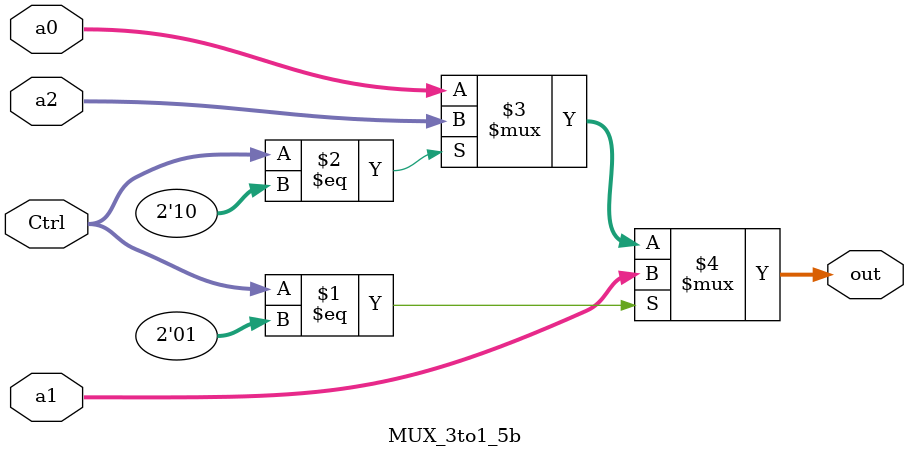
<source format=v>
`timescale 1ns / 1ps


module MUX_4to1_32b(
	input [31:0] a0,
	input [31:0] a1,
	input [31:0] a2,
	input [31:0] a3,
	input [1:0] Ctrl,
	output [31:0] out
);
	assign out = (Ctrl == 2'b01) ? a1:
				 (Ctrl == 2'b10) ? a2:
				 (Ctrl == 2'b11) ? a3:
				 				   a0;
endmodule

//ALU_Src
module MUX_2to1_32b(
input [31:0] a0,
input [31:0] a1,
input Ctrl,
output [31:0] out
);

assign out = (Ctrl) ? a1: a0;
endmodule


module MUX_3to1_32b(
	input [31:0] a0,
	input [31:0] a1,
	input [31:0] a2,
	input [1:0] Ctrl,
	output [31:0] out
);
	assign out = (Ctrl == 2'b01) ? a1:
				 (Ctrl == 2'b10) ? a2:
				 				   a0;
endmodule

module MUX_3to1_5b(
	input [4:0] a0,
	input [4:0] a1,
	input [4:0] a2,
	input [1:0] Ctrl,
	output [4:0] out
);
	assign out = (Ctrl == 2'b01) ? a1:
				 (Ctrl == 2'b10) ? a2:
				 				   a0;
endmodule
		               
</source>
